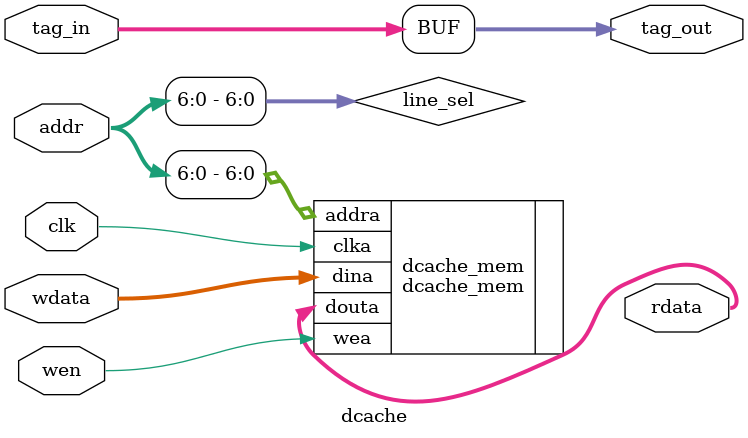
<source format=v>

`ifndef DCACHE_V
`define DCACHE_V

`timescale 1ns/1ps

module dcache (
   input  wire        clk,
   input  wire        wen, //opcode
   input  wire [31:0] addr,
   input  wire [31:0] wdata,
   input  wire [ 5:0] tag_in,
   output reg  [ 5:0] tag_out,
   output wire [31:0] rdata
);

   localparam integer W_ADDR = 7;
   reg [W_ADDR-1:0] line_sel;

   always @(*) begin: ls_ready_proc
      tag_out  = tag_in;
      line_sel = addr[W_ADDR-1:0];
   end

   dcache_mem dcache_mem (
      .clka  ( clk      ),
      .wea   ( wen      ),
      .addra ( line_sel ),
      .dina  ( wdata    ),
      .douta ( rdata    )
   );

endmodule

`endif


</source>
